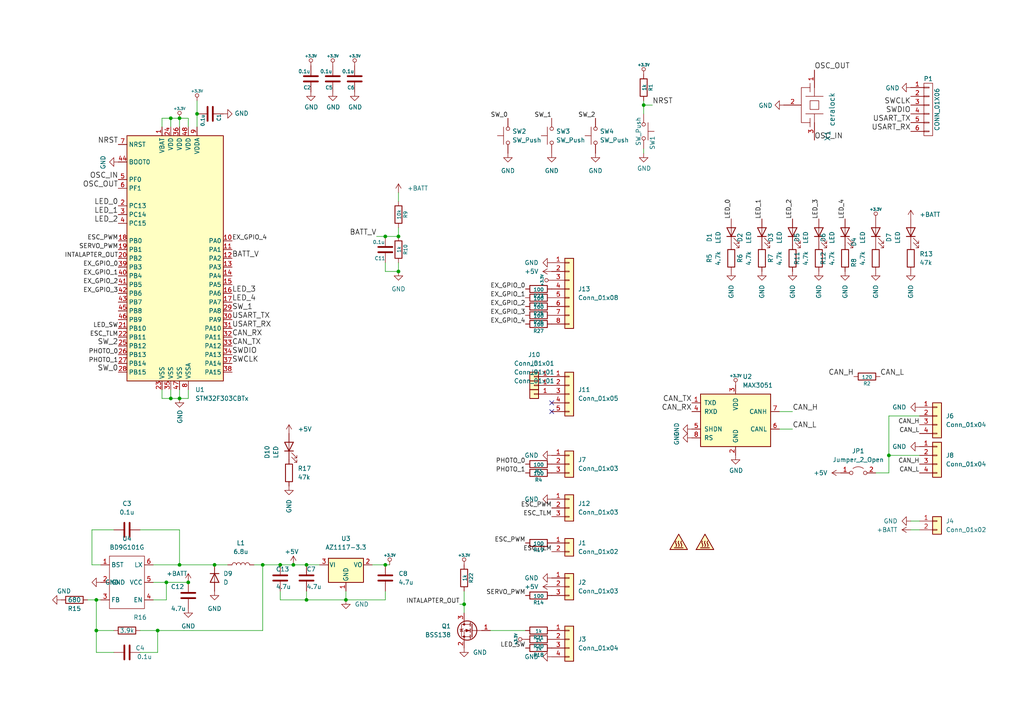
<source format=kicad_sch>
(kicad_sch (version 20211123) (generator eeschema)
  (paper "A4")
  (junction (at 76.2 163.83))
  (junction (at 85.09 163.83))
  (junction (at 88.9 173.99))
  (junction (at 81.28 163.83))
  (junction (at 88.9 163.83))
  (junction (at 257.81 132.08))
  (junction (at 52.07 115.57))
  (junction (at 100.33 173.99))
  (junction (at 52.07 34.29))
  (junction (at 45.72 182.88))
  (junction (at 115.57 78.74))
  (junction (at 111.76 163.83))
  (junction (at 27.94 182.88))
  (junction (at 134.62 175.26))
  (junction (at 27.94 173.99))
  (junction (at 115.57 68.58))
  (junction (at 62.23 163.83))
  (junction (at 54.61 168.91))
  (junction (at 49.53 115.57))
  (junction (at 48.26 168.91))
  (junction (at 49.53 34.29))
  (junction (at 57.15 33.02))
  (junction (at 52.07 163.83))
  (junction (at 186.69 30.48))
  (junction (at 111.76 68.58))
  (no_connect (at 160.02 119.38))
  (no_connect (at 160.02 116.84))
  (wire (pts (xy 52.07 115.57) (xy 54.61 115.57)))
  (wire (pts (xy 54.61 36.83) (xy 54.61 34.29)))
  (wire (pts (xy 111.76 173.99) (xy 111.76 171.45)))
  (wire (pts (xy 111.76 76.2) (xy 111.76 78.74)))
  (wire (pts (xy 266.7 120.65) (xy 257.81 120.65)))
  (wire (pts (xy 81.28 173.99) (xy 88.9 173.99)))
  (wire (pts (xy 88.9 173.99) (xy 100.33 173.99)))
  (wire (pts (xy 134.62 175.26) (xy 134.62 177.8)))
  (wire (pts (xy 27.94 189.23) (xy 27.94 182.88)))
  (wire (pts (xy 49.53 34.29) (xy 46.99 34.29)))
  (wire (pts (xy 49.53 34.29) (xy 49.53 36.83)))
  (wire (pts (xy 264.16 153.67) (xy 266.7 153.67)))
  (wire (pts (xy 52.07 163.83) (xy 62.23 163.83)))
  (wire (pts (xy 26.67 163.83) (xy 29.21 163.83)))
  (wire (pts (xy 54.61 115.57) (xy 54.61 113.03)))
  (wire (pts (xy 257.81 120.65) (xy 257.81 132.08)))
  (wire (pts (xy 115.57 66.04) (xy 115.57 68.58)))
  (wire (pts (xy 54.61 34.29) (xy 52.07 34.29)))
  (wire (pts (xy 142.24 182.88) (xy 152.4 182.88)))
  (wire (pts (xy 107.95 163.83) (xy 111.76 163.83)))
  (wire (pts (xy 111.76 163.83) (xy 113.03 163.83)))
  (wire (pts (xy 73.66 163.83) (xy 76.2 163.83)))
  (wire (pts (xy 100.33 171.45) (xy 100.33 173.99)))
  (wire (pts (xy 81.28 171.45) (xy 81.28 173.99)))
  (wire (pts (xy 33.02 189.23) (xy 27.94 189.23)))
  (wire (pts (xy 85.09 163.83) (xy 88.9 163.83)))
  (wire (pts (xy 186.69 43.18) (xy 186.69 44.45)))
  (wire (pts (xy 49.53 113.03) (xy 49.53 115.57)))
  (wire (pts (xy 27.94 173.99) (xy 29.21 173.99)))
  (wire (pts (xy 46.99 34.29) (xy 46.99 36.83)))
  (wire (pts (xy 48.26 168.91) (xy 54.61 168.91)))
  (wire (pts (xy 45.72 189.23) (xy 45.72 182.88)))
  (wire (pts (xy 33.02 182.88) (xy 27.94 182.88)))
  (wire (pts (xy 44.45 168.91) (xy 48.26 168.91)))
  (wire (pts (xy 52.07 34.29) (xy 52.07 36.83)))
  (wire (pts (xy 81.28 163.83) (xy 85.09 163.83)))
  (wire (pts (xy 49.53 115.57) (xy 52.07 115.57)))
  (wire (pts (xy 264.16 151.13) (xy 266.7 151.13)))
  (wire (pts (xy 257.81 137.16) (xy 257.81 132.08)))
  (wire (pts (xy 52.07 163.83) (xy 52.07 153.67)))
  (wire (pts (xy 115.57 55.88) (xy 115.57 58.42)))
  (wire (pts (xy 186.69 30.48) (xy 189.23 30.48)))
  (wire (pts (xy 45.72 182.88) (xy 40.64 182.88)))
  (wire (pts (xy 57.15 33.02) (xy 57.15 36.83)))
  (wire (pts (xy 111.76 68.58) (xy 115.57 68.58)))
  (wire (pts (xy 44.45 163.83) (xy 52.07 163.83)))
  (wire (pts (xy 57.15 29.21) (xy 57.15 33.02)))
  (wire (pts (xy 40.64 189.23) (xy 45.72 189.23)))
  (wire (pts (xy 111.76 78.74) (xy 115.57 78.74)))
  (wire (pts (xy 186.69 30.48) (xy 186.69 33.02)))
  (wire (pts (xy 48.26 173.99) (xy 48.26 168.91)))
  (wire (pts (xy 52.07 34.29) (xy 49.53 34.29)))
  (wire (pts (xy 133.35 175.26) (xy 134.62 175.26)))
  (wire (pts (xy 26.67 153.67) (xy 26.67 163.83)))
  (wire (pts (xy 88.9 171.45) (xy 88.9 173.99)))
  (wire (pts (xy 226.06 119.38) (xy 229.87 119.38)))
  (wire (pts (xy 76.2 163.83) (xy 81.28 163.83)))
  (wire (pts (xy 46.99 115.57) (xy 49.53 115.57)))
  (wire (pts (xy 100.33 173.99) (xy 111.76 173.99)))
  (wire (pts (xy 226.06 124.46) (xy 229.87 124.46)))
  (wire (pts (xy 115.57 78.74) (xy 115.57 76.2)))
  (wire (pts (xy 45.72 182.88) (xy 76.2 182.88)))
  (wire (pts (xy 46.99 113.03) (xy 46.99 115.57)))
  (wire (pts (xy 25.4 173.99) (xy 27.94 173.99)))
  (wire (pts (xy 62.23 163.83) (xy 66.04 163.83)))
  (wire (pts (xy 109.22 68.58) (xy 111.76 68.58)))
  (wire (pts (xy 40.64 153.67) (xy 52.07 153.67)))
  (wire (pts (xy 44.45 173.99) (xy 48.26 173.99)))
  (wire (pts (xy 33.02 153.67) (xy 26.67 153.67)))
  (wire (pts (xy 76.2 182.88) (xy 76.2 163.83)))
  (wire (pts (xy 88.9 163.83) (xy 92.71 163.83)))
  (wire (pts (xy 27.94 182.88) (xy 27.94 173.99)))
  (wire (pts (xy 254 137.16) (xy 257.81 137.16)))
  (wire (pts (xy 134.62 171.45) (xy 134.62 175.26)))
  (wire (pts (xy 186.69 29.21) (xy 186.69 30.48)))
  (wire (pts (xy 257.81 132.08) (xy 266.7 132.08)))
  (wire (pts (xy 52.07 113.03) (xy 52.07 115.57)))
  (label "SW_0" (at 147.32 34.29 180))
  (label "OSC_OUT" (at 34.29 54.61 180) (effects (font (size 1.524 1.524))))
  (label "EX_GPIO_3" (at 152.4 91.44 180))
  (label "SW_2" (at 34.29 100.33 180) (effects (font (size 1.524 1.524))))
  (label "SERVO_PWM" (at 152.4 172.72 180))
  (label "NRST" (at 189.23 30.48 0) (effects (font (size 1.524 1.524))))
  (label "NRST" (at 34.29 41.91 180) (effects (font (size 1.524 1.524))))
  (label "CAN_TX" (at 200.66 116.84 180) (effects (font (size 1.524 1.524))))
  (label "OSC_IN" (at 236.22 40.64 0) (effects (font (size 1.524 1.524))))
  (label "USART_TX" (at 67.31 92.71 0) (effects (font (size 1.524 1.524))))
  (label "PHOTO_0" (at 152.4 134.62 180))
  (label "LED_2" (at 229.87 63.5 90))
  (label "SWDIO" (at 67.31 102.87 0) (effects (font (size 1.524 1.524))))
  (label "CAN_L" (at 255.27 109.22 0) (effects (font (size 1.524 1.524))))
  (label "SWCLK" (at 67.31 105.41 0) (effects (font (size 1.524 1.524))))
  (label "INTALAPTER_OUT" (at 133.35 175.26 180))
  (label "BATT_V" (at 67.31 74.93 0) (effects (font (size 1.524 1.524))))
  (label "CAN_L" (at 229.87 124.46 0) (effects (font (size 1.524 1.524))))
  (label "ESC_PWM" (at 160.02 147.32 180))
  (label "EX_GPIO_2" (at 152.4 88.9 180))
  (label "PHOTO_1" (at 152.4 137.16 180))
  (label "SERVO_PWM" (at 34.29 72.39 180))
  (label "PHOTO_0" (at 34.29 102.87 180))
  (label "CAN_H" (at 266.7 123.19 180))
  (label "LED_1" (at 220.98 63.5 90))
  (label "CAN_RX" (at 200.66 119.38 180) (effects (font (size 1.524 1.524))))
  (label "ESC_TLM" (at 34.29 97.79 180))
  (label "SWCLK" (at 264.16 30.48 180) (effects (font (size 1.524 1.524))))
  (label "SW_0" (at 34.29 107.95 180) (effects (font (size 1.524 1.524))))
  (label "LED_3" (at 67.31 85.09 0) (effects (font (size 1.524 1.524))))
  (label "USART_RX" (at 67.31 95.25 0) (effects (font (size 1.524 1.524))))
  (label "CAN_RX" (at 67.31 97.79 0) (effects (font (size 1.524 1.524))))
  (label "LED_1" (at 34.29 62.23 180) (effects (font (size 1.524 1.524))))
  (label "EX_GPIO_0" (at 152.4 83.82 180))
  (label "ESC_TLM" (at 160.02 149.86 180))
  (label "USART_TX" (at 264.16 35.56 180) (effects (font (size 1.524 1.524))))
  (label "USART_RX" (at 264.16 38.1 180) (effects (font (size 1.524 1.524))))
  (label "INTALAPTER_OUT" (at 34.29 74.93 180))
  (label "BATT_V" (at 109.22 68.58 180) (effects (font (size 1.524 1.524))))
  (label "PHOTO_1" (at 34.29 105.41 180))
  (label "CAN_H" (at 247.65 109.22 180) (effects (font (size 1.524 1.524))))
  (label "LED_SW" (at 34.29 95.25 180))
  (label "EX_GPIO_4" (at 67.31 69.85 0))
  (label "CAN_L" (at 266.7 137.16 180))
  (label "CAN_L" (at 266.7 125.73 180))
  (label "OSC_OUT" (at 236.22 20.32 0) (effects (font (size 1.524 1.524))))
  (label "LED_0" (at 212.09 63.5 90))
  (label "EX_GPIO_2" (at 34.29 82.55 180))
  (label "EX_GPIO_1" (at 34.29 80.01 180))
  (label "EX_GPIO_3" (at 34.29 85.09 180))
  (label "LED_4" (at 67.31 87.63 0) (effects (font (size 1.524 1.524))))
  (label "LED_4" (at 245.11 63.5 90))
  (label "CAN_H" (at 266.7 134.62 180))
  (label "CAN_TX" (at 67.31 100.33 0) (effects (font (size 1.524 1.524))))
  (label "LED_SW" (at 152.4 187.96 180))
  (label "SW_1" (at 67.31 90.17 0) (effects (font (size 1.524 1.524))))
  (label "EX_GPIO_1" (at 152.4 86.36 180))
  (label "LED_3" (at 237.49 63.5 90))
  (label "EX_GPIO_4" (at 152.4 93.98 180))
  (label "LED_0" (at 34.29 59.69 180) (effects (font (size 1.524 1.524))))
  (label "EX_GPIO_0" (at 34.29 77.47 180))
  (label "ESC_TLM" (at 160.02 160.02 180))
  (label "SWDIO" (at 264.16 33.02 180) (effects (font (size 1.524 1.524))))
  (label "OSC_IN" (at 34.29 52.07 180) (effects (font (size 1.524 1.524))))
  (label "SW_2" (at 172.72 34.29 180))
  (label "ESC_PWM" (at 34.29 69.85 180))
  (label "LED_2" (at 34.29 64.77 180) (effects (font (size 1.524 1.524))))
  (label "ESC_PWM" (at 152.4 157.48 180))
  (label "SW_1" (at 160.02 34.29 180))
  (label "CAN_H" (at 229.87 119.38 0) (effects (font (size 1.524 1.524))))
  (symbol (lib_id "power:GND") (at 160.02 44.45 0) (unit 1)
    (property "Reference" "#PWR038" (effects hide))
    (property "Value" "GND" (at 160.02 49.53 0))
  )
  (symbol (lib_id "SSL_BST_ver1.3-rescue:ceralock") (at 236.22 30.48 270) (unit 1)
    (property "Reference" "X1" (at 240.03 39.37 0) (effects (font (size 1.524 1.524))))
    (property "Value" "ceralock" (at 241.3 31.75 0) (effects (font (size 1.524 1.524))))
    (property "Footprint" "Crystal:Resonator_SMD_Murata_CSTxExxV-3Pin_3.0x1.1mm" (effects hide))
  )
  (symbol (lib_id "SSL_BST_ver1.3_rev2-rescue:GND-power") (at 90.17 26.67 0) (unit 1)
    (property "Reference" "#PWR014" (effects hide))
    (property "Value" "GND" (at 90.297 31.0642 0))
  )
  (symbol (lib_id "Device:R") (at 220.98 74.93 180) (unit 1)
    (property "Reference" "R6" (at 214.63 74.93 90))
    (property "Value" "4.7k" (at 217.17 74.93 90))
    (property "Footprint" "Resistor_SMD:R_0603_1608Metric" (effects hide))
  )
  (symbol (lib_id "Device:R") (at 254 74.93 180) (unit 1)
    (property "Reference" "R8" (at 247.65 76.2 90))
    (property "Value" "4.7k" (at 250.19 74.93 90))
    (property "Footprint" "Resistor_SMD:R_0603_1608Metric" (effects hide))
  )
  (symbol (lib_id "SSL_BST_ver1.3-rescue:+3.3V") (at 52.07 34.29 0) (unit 1)
    (property "Reference" "#PWR02" (effects hide))
    (property "Value" "+3.3V" (at 52.07 31.496 0) (effects (font (size 0.762 0.762))))
  )
  (symbol (lib_id "power:GND") (at 160.02 132.08 270) (unit 1)
    (property "Reference" "#PWR033" (effects hide))
    (property "Value" "GND" (at 156.21 132.0799 90) (effects (justify right)))
  )
  (symbol (lib_id "Connector_Generic:Conn_01x04") (at 165.1 185.42 0) (unit 1)
    (property "Reference" "J3" (at 167.64 185.4199 0) (effects (justify left)))
    (property "Value" "Conn_01x04" (at 167.64 187.9599 0) (effects (justify left)))
    (property "Footprint" "Connector_Hirose:Hirose_DF13-04P-1.25DSA_1x04_P1.25mm_Vertical" (effects hide))
  )
  (symbol (lib_id "SSL_BST_ver1.3-rescue:R") (at 156.21 157.48 270) (unit 1)
    (property "Reference" "R19" (at 156.21 159.512 90) (effects (font (size 1.016 1.016))))
    (property "Value" "100" (at 156.2354 157.6578 90) (effects (font (size 1.016 1.016))))
    (property "Footprint" "Resistor_SMD:R_0603_1608Metric" (effects hide))
  )
  (symbol (lib_id "power:GND") (at 220.98 78.74 0) (unit 1)
    (property "Reference" "#PWR040" (effects hide))
    (property "Value" "GND" (at 220.9799 82.55 90) (effects (justify right)))
  )
  (symbol (lib_id "SSL_BST_ver1.3-rescue:CONN_01X06") (at 269.24 31.75 0) (unit 1)
    (property "Reference" "P1" (at 269.24 22.86 0))
    (property "Value" "CONN_01X06" (at 271.78 31.75 90))
    (property "Footprint" "user:ZH_B6B-ZR" (effects hide))
  )
  (symbol (lib_id "Device:R") (at 36.83 182.88 90) (unit 1)
    (property "Reference" "R16" (at 40.64 179.07 90))
    (property "Value" "3.9k" (at 36.83 182.88 90))
    (property "Footprint" "Resistor_SMD:R_0603_1608Metric" (effects hide))
  )
  (symbol (lib_id "SSL_BST_ver1.3-rescue:+3.3V") (at 254 63.5 0) (unit 1)
    (property "Reference" "#PWR0101" (effects hide))
    (property "Value" "+3.3V" (at 254 60.706 0) (effects (font (size 0.762 0.762))))
  )
  (symbol (lib_id "SSL_BST_ver1.3-rescue:R") (at 186.69 25.4 0) (unit 1)
    (property "Reference" "R1" (at 188.722 25.4 90) (effects (font (size 1.016 1.016))))
    (property "Value" "1k" (at 186.8678 25.3746 90) (effects (font (size 1.016 1.016))))
    (property "Footprint" "Resistor_SMD:R_0603_1608Metric" (effects hide))
  )
  (symbol (lib_id "SSL_BST_ver1.3-rescue:C") (at 60.96 33.02 270) (unit 1)
    (property "Reference" "C1" (at 63.5 33.02 0) (effects (font (size 1.016 1.016)) (justify left)))
    (property "Value" "0.1u" (at 58.801 33.1724 0) (effects (font (size 1.016 1.016)) (justify left)))
    (property "Footprint" "Capacitor_SMD:C_0603_1608Metric" (effects hide))
  )
  (symbol (lib_id "SSL_BST_ver1.3-rescue:R") (at 134.62 167.64 0) (unit 1)
    (property "Reference" "R22" (at 136.652 167.64 90) (effects (font (size 1.016 1.016))))
    (property "Value" "1k" (at 134.7978 167.6146 90) (effects (font (size 1.016 1.016))))
    (property "Footprint" "Resistor_SMD:R_0603_1608Metric" (effects hide))
  )
  (symbol (lib_id "Connector_Generic:Conn_01x01") (at 154.94 114.3 180) (unit 1)
    (property "Reference" "J9" (at 154.94 107.95 0))
    (property "Value" "Conn_01x01" (at 154.94 110.49 0))
    (property "Footprint" "user:WireSoldingPad_PowerTH" (effects hide))
  )
  (symbol (lib_id "Switch:SW_Push") (at 160.02 39.37 90) (unit 1)
    (property "Reference" "SW3" (at 161.29 38.0999 90) (effects (justify right)))
    (property "Value" "SW_Push" (at 161.29 40.6399 90) (effects (justify right)))
    (property "Footprint" "Button_Switch_SMD:SW_Push_1P1T_NO_CK_KMR2" (effects hide))
  )
  (symbol (lib_id "Jumper:Jumper_2_Open") (at 248.92 137.16 0) (unit 1)
    (property "Reference" "JP1" (at 248.92 130.81 0))
    (property "Value" "Jumper_2_Open" (at 248.92 133.35 0))
    (property "Footprint" "Jumper:SolderJumper-2_P1.3mm_Open_RoundedPad1.0x1.5mm" (effects hide))
  )
  (symbol (lib_id "SSL_BST_ver1.3_rev2-rescue:GND-power") (at 52.07 115.57 0) (unit 1)
    (property "Reference" "#PWR03" (effects hide))
    (property "Value" "GND" (at 52.197 118.8212 90) (effects (justify right)))
  )
  (symbol (lib_id "power:+BATT") (at 264.16 153.67 90) (unit 1)
    (property "Reference" "#PWR029" (effects hide))
    (property "Value" "+BATT" (at 260.35 153.6699 90) (effects (justify left)))
  )
  (symbol (lib_id "SSL_BST_ver1.3-rescue:+3.3V") (at 102.87 19.05 0) (unit 1)
    (property "Reference" "#PWR022" (effects hide))
    (property "Value" "+3.3V" (at 102.87 16.256 0) (effects (font (size 0.762 0.762))))
  )
  (symbol (lib_id "SSL_BST_ver1.3-rescue:+3.3V") (at 57.15 29.21 0) (unit 1)
    (property "Reference" "#PWR04" (effects hide))
    (property "Value" "+3.3V" (at 57.15 26.416 0) (effects (font (size 0.762 0.762))))
  )
  (symbol (lib_id "power:+BATT") (at 115.57 55.88 0) (unit 1)
    (property "Reference" "#PWR052" (effects hide))
    (property "Value" "+BATT" (at 118.11 54.6099 0) (effects (justify left)))
  )
  (symbol (lib_id "Device:LED") (at 212.09 67.31 90) (unit 1)
    (property "Reference" "D1" (at 205.74 68.8975 0))
    (property "Value" "LED" (at 208.28 68.8975 0))
    (property "Footprint" "LED_SMD:LED_0603_1608Metric" (effects hide))
  )
  (symbol (lib_id "power:GND") (at 264.16 78.74 0) (unit 1)
    (property "Reference" "#PWR057" (effects hide))
    (property "Value" "GND" (at 264.1599 82.55 90) (effects (justify right)))
  )
  (symbol (lib_id "Device:C") (at 36.83 189.23 270) (unit 1)
    (property "Reference" "C4" (at 40.64 187.96 90))
    (property "Value" "0.1u" (at 41.91 190.5 90))
    (property "Footprint" "Capacitor_SMD:C_0402_1005Metric" (effects hide))
  )
  (symbol (lib_id "power:+5V") (at 83.82 125.73 0) (unit 1)
    (property "Reference" "#PWR0103" (effects hide))
    (property "Value" "+5V" (at 86.36 124.4599 0) (effects (justify left)))
  )
  (symbol (lib_id "Device:R") (at 21.59 173.99 90) (unit 1)
    (property "Reference" "R15" (at 21.59 176.53 90))
    (property "Value" "680" (at 21.59 173.99 90))
    (property "Footprint" "Resistor_SMD:R_0603_1608Metric" (effects hide))
  )
  (symbol (lib_id "SSL_BST_ver1.3-rescue:+3.3V") (at 186.69 21.59 0) (unit 1)
    (property "Reference" "#PWR06" (effects hide))
    (property "Value" "+3.3V" (at 186.69 18.796 0) (effects (font (size 0.762 0.762))))
  )
  (symbol (lib_id "Connector_Generic:Conn_01x01") (at 154.94 109.22 180) (unit 1)
    (property "Reference" "J10" (at 154.94 102.87 0))
    (property "Value" "Conn_01x01" (at 154.94 105.41 0))
    (property "Footprint" "user:WireSoldingPad_PowerTH" (effects hide))
  )
  (symbol (lib_id "power:GND") (at 62.23 171.45 0) (unit 1)
    (property "Reference" "#PWR017" (effects hide))
    (property "Value" "GND" (at 62.23 176.53 0))
  )
  (symbol (lib_id "SSL_BST_ver1.3-rescue:+3.3V") (at 134.62 163.83 0) (unit 1)
    (property "Reference" "#PWR044" (effects hide))
    (property "Value" "+3.3V" (at 134.62 161.036 0) (effects (font (size 0.762 0.762))))
  )
  (symbol (lib_id "SSL_BST_ver1.3_rev2-rescue:GND-power") (at 186.69 44.45 0) (unit 1)
    (property "Reference" "#PWR07" (effects hide))
    (property "Value" "GND" (at 186.817 48.8442 0))
  )
  (symbol (lib_id "SSL_BST_ver1.3-rescue:C") (at 90.17 22.86 180) (unit 1)
    (property "Reference" "C2" (at 90.17 25.4 0) (effects (font (size 1.016 1.016)) (justify left)))
    (property "Value" "0.1u" (at 90.0176 20.701 0) (effects (font (size 1.016 1.016)) (justify left)))
    (property "Footprint" "Capacitor_SMD:C_0603_1608Metric" (effects hide))
  )
  (symbol (lib_id "power:GND") (at 266.7 129.54 270) (unit 1)
    (property "Reference" "#PWR050" (effects hide))
    (property "Value" "GND" (at 262.89 129.5399 90) (effects (justify right)))
  )
  (symbol (lib_id "Connector_Generic:Conn_01x03") (at 165.1 170.18 0) (unit 1)
    (property "Reference" "J2" (at 167.64 168.9099 0) (effects (justify left)))
    (property "Value" "Conn_01x03" (at 167.64 171.4499 0) (effects (justify left)))
    (property "Footprint" "Connector_JST:JST_PH_S3B-PH-K_1x03_P2.00mm_Horizontal" (effects hide))
  )
  (symbol (lib_id "SSL_BST_ver1.3_rev2-rescue:GND-power") (at 64.77 33.02 90) (unit 1)
    (property "Reference" "#PWR05" (effects hide))
    (property "Value" "GND" (at 68.0212 32.893 90) (effects (justify right)))
  )
  (symbol (lib_id "power:GND") (at 147.32 44.45 0) (unit 1)
    (property "Reference" "#PWR037" (effects hide))
    (property "Value" "GND" (at 147.32 49.53 0))
  )
  (symbol (lib_id "power:GND") (at 160.02 144.78 270) (unit 1)
    (property "Reference" "#PWR045" (effects hide))
    (property "Value" "GND" (at 156.21 144.7799 90) (effects (justify right)))
  )
  (symbol (lib_id "Device:C") (at 111.76 167.64 0) (unit 1)
    (property "Reference" "C8" (at 115.57 166.3699 0) (effects (justify left)))
    (property "Value" "4.7u" (at 115.57 168.9099 0) (effects (justify left)))
    (property "Footprint" "Capacitor_SMD:C_1206_3216Metric" (effects hide))
  )
  (symbol (lib_id "Switch:SW_Push") (at 172.72 39.37 90) (unit 1)
    (property "Reference" "SW4" (at 173.99 38.0999 90) (effects (justify right)))
    (property "Value" "SW_Push" (at 173.99 40.6399 90) (effects (justify right)))
    (property "Footprint" "Button_Switch_SMD:SW_Push_1P1T_NO_CK_KMR2" (effects hide))
  )
  (symbol (lib_id "power:GND") (at 245.11 78.74 0) (unit 1)
    (property "Reference" "#PWR055" (effects hide))
    (property "Value" "GND" (at 245.1099 82.55 90) (effects (justify right)))
  )
  (symbol (lib_id "User:BD9G101G") (at 36.83 168.91 0) (unit 1)
    (property "Reference" "U4" (at 36.83 156.21 0))
    (property "Value" "BD9G101G" (at 36.83 158.75 0))
    (property "Footprint" "Package_TO_SOT_SMD:SOT-23-6" (effects hide))
  )
  (symbol (lib_id "Connector_Generic:Conn_01x03") (at 165.1 134.62 0) (unit 1)
    (property "Reference" "J7" (at 167.64 133.3499 0) (effects (justify left)))
    (property "Value" "Conn_01x03" (at 167.64 135.8899 0) (effects (justify left)))
    (property "Footprint" "Connector_Hirose:Hirose_DF13-03P-1.25DSA_1x03_P1.25mm_Vertical" (effects hide))
  )
  (symbol (lib_id "Connector_Generic:Conn_01x02") (at 271.78 151.13 0) (unit 1)
    (property "Reference" "J4" (at 274.32 151.1299 0) (effects (justify left)))
    (property "Value" "Conn_01x02" (at 274.32 153.6699 0) (effects (justify left)))
    (property "Footprint" "Connector_AMASS:AMASS_XT30PW-M_1x02_P2.50mm_Horizontal" (effects hide))
  )
  (symbol (lib_id "Device:LED") (at 229.87 67.31 90) (unit 1)
    (property "Reference" "D3" (at 223.52 68.8975 0))
    (property "Value" "LED" (at 226.06 68.8975 0))
    (property "Footprint" "LED_SMD:LED_0603_1608Metric" (effects hide))
  )
  (symbol (lib_id "SSL_BST_ver1.3-rescue:R") (at 156.21 86.36 270) (unit 1)
    (property "Reference" "R24" (at 156.21 88.392 90) (effects (font (size 1.016 1.016))))
    (property "Value" "100" (at 156.2354 86.5378 90) (effects (font (size 1.016 1.016))))
    (property "Footprint" "Resistor_SMD:R_0603_1608Metric" (effects hide))
  )
  (symbol (lib_id "Device:C") (at 88.9 167.64 0) (unit 1)
    (property "Reference" "C7" (at 88.9 165.1 0) (effects (justify left)))
    (property "Value" "4.7u" (at 88.9 170.18 0) (effects (justify left)))
    (property "Footprint" "Capacitor_SMD:C_1206_3216Metric" (effects hide))
  )
  (symbol (lib_id "MCU_ST_STM32F3:STM32F303CBTx") (at 52.07 74.93 0) (unit 1)
    (property "Reference" "U1" (at 56.6294 113.03 0) (effects (justify left)))
    (property "Value" "STM32F303CBTx" (at 56.6294 115.57 0) (effects (justify left)))
    (property "Footprint" "Package_QFP:LQFP-48_7x7mm_P0.5mm" (effects hide))
    (property "Datasheet" "http://www.st.com/st-web-ui/static/active/en/resource/technical/document/datasheet/DM00058181.pdf" (effects hide))
  )
  (symbol (lib_id "Device:LED") (at 254 67.31 90) (unit 1)
    (property "Reference" "D4" (at 247.65 70.1675 0))
    (property "Value" "LED" (at 250.19 68.8975 0))
    (property "Footprint" "LED_SMD:LED_0603_1608Metric" (effects hide))
  )
  (symbol (lib_id "SSL_BST_ver1.3_rev2-rescue:GND-power") (at 34.29 46.99 270) (unit 1)
    (property "Reference" "#PWR01" (effects hide))
    (property "Value" "GND" (at 29.8958 47.117 0))
  )
  (symbol (lib_id "SSL_BST_ver1.3-rescue:R") (at 251.46 109.22 270) (unit 1)
    (property "Reference" "R2" (at 251.46 111.252 90) (effects (font (size 1.016 1.016))))
    (property "Value" "120" (at 251.4854 109.3978 90) (effects (font (size 1.016 1.016))))
    (property "Footprint" "Resistor_SMD:R_0603_1608Metric" (effects hide))
  )
  (symbol (lib_id "power:GND") (at 100.33 173.99 0) (unit 1)
    (property "Reference" "#PWR035" (effects hide))
    (property "Value" "GND" (at 102.87 175.2599 0) (effects (justify left)))
  )
  (symbol (lib_id "SSL_BST_ver1.3-rescue:R") (at 156.21 187.96 270) (unit 1)
    (property "Reference" "R18" (at 156.21 189.992 90) (effects (font (size 1.016 1.016))))
    (property "Value" "1k" (at 156.2354 188.1378 90) (effects (font (size 1.016 1.016))))
    (property "Footprint" "Resistor_SMD:R_0603_1608Metric" (effects hide))
  )
  (symbol (lib_id "SSL_BST_ver1.3_rev2-rescue:GND-power") (at 200.66 127 270) (unit 1)
    (property "Reference" "#PWR025" (effects hide))
    (property "Value" "GND" (at 196.2658 127.127 0))
  )
  (symbol (lib_id "power:GND") (at 160.02 190.5 270) (unit 1)
    (property "Reference" "#PWR042" (effects hide))
    (property "Value" "GND" (at 156.21 190.4999 90) (effects (justify right)))
  )
  (symbol (lib_id "SSL_BST_ver1.3-rescue:R") (at 156.21 88.9 270) (unit 1)
    (property "Reference" "R25" (at 156.21 90.932 90) (effects (font (size 1.016 1.016))))
    (property "Value" "100" (at 156.2354 89.0778 90) (effects (font (size 1.016 1.016))))
    (property "Footprint" "Resistor_SMD:R_0603_1608Metric" (effects hide))
  )
  (symbol (lib_id "Device:R") (at 264.16 74.93 180) (unit 1)
    (property "Reference" "R13" (at 266.7 73.6599 0) (effects (justify right)))
    (property "Value" "47k" (at 266.7 76.1999 0) (effects (justify right)))
    (property "Footprint" "Resistor_SMD:R_0603_1608Metric" (effects hide))
  )
  (symbol (lib_id "SSL_BST_ver1.3_rev2-rescue:GND-power") (at 200.66 124.46 270) (unit 1)
    (property "Reference" "#PWR024" (effects hide))
    (property "Value" "GND" (at 196.2658 124.587 0))
  )
  (symbol (lib_id "Device:D") (at 62.23 167.64 270) (unit 1)
    (property "Reference" "D9" (at 64.77 166.3699 90) (effects (justify left)))
    (property "Value" "D" (at 64.77 168.9099 90) (effects (justify left)))
    (property "Footprint" "Diode_SMD:D_PowerDI-123" (effects hide))
  )
  (symbol (lib_id "SSL_BST_ver1.3-rescue:R") (at 156.21 134.62 270) (unit 1)
    (property "Reference" "R3" (at 156.21 136.652 90) (effects (font (size 1.016 1.016))))
    (property "Value" "100" (at 156.2354 134.7978 90) (effects (font (size 1.016 1.016))))
    (property "Footprint" "Resistor_SMD:R_0603_1608Metric" (effects hide))
  )
  (symbol (lib_id "Connector_Generic:Conn_01x04") (at 271.78 120.65 0) (unit 1)
    (property "Reference" "J6" (at 274.32 120.6499 0) (effects (justify left)))
    (property "Value" "Conn_01x04" (at 274.32 123.1899 0) (effects (justify left)))
    (property "Footprint" "Connector_Hirose:Hirose_DF13-04P-1.25DSA_1x04_P1.25mm_Vertical" (effects hide))
  )
  (symbol (lib_id "power:+5V") (at 243.84 137.16 90) (unit 1)
    (property "Reference" "#PWR032" (effects hide))
    (property "Value" "+5V" (at 240.03 137.1599 90) (effects (justify left)))
  )
  (symbol (lib_id "SSL_BST_ver1.3-rescue:+3.3V") (at 96.52 19.05 0) (unit 1)
    (property "Reference" "#PWR019" (effects hide))
    (property "Value" "+3.3V" (at 96.52 16.256 0) (effects (font (size 0.762 0.762))))
  )
  (symbol (lib_id "power:GND") (at 237.49 78.74 0) (unit 1)
    (property "Reference" "#PWR054" (effects hide))
    (property "Value" "GND" (at 237.4899 82.55 90) (effects (justify right)))
  )
  (symbol (lib_id "Connector_Generic:Conn_01x01") (at 154.94 111.76 180) (unit 1)
    (property "Reference" "J5" (at 154.94 105.41 0))
    (property "Value" "Conn_01x01" (at 154.94 107.95 0))
    (property "Footprint" "user:WireSoldingPad_PowerTH" (effects hide))
  )
  (symbol (lib_id "SSL_BST_ver1.3-rescue:R") (at 156.21 172.72 270) (unit 1)
    (property "Reference" "R14" (at 156.21 174.752 90) (effects (font (size 1.016 1.016))))
    (property "Value" "100" (at 156.2354 172.8978 90) (effects (font (size 1.016 1.016))))
    (property "Footprint" "Resistor_SMD:R_0603_1608Metric" (effects hide))
  )
  (symbol (lib_id "power:+5V") (at 85.09 163.83 0) (unit 1)
    (property "Reference" "#PWR0102" (effects hide))
    (property "Value" "+5V" (at 82.55 160.02 0) (effects (justify left)))
  )
  (symbol (lib_id "SSL_BST_ver1.3-rescue:R") (at 156.21 185.42 270) (unit 1)
    (property "Reference" "R20" (at 156.21 187.452 90) (effects (font (size 1.016 1.016))))
    (property "Value" "1k" (at 156.2354 185.5978 90) (effects (font (size 1.016 1.016))))
    (property "Footprint" "Resistor_SMD:R_0603_1608Metric" (effects hide))
  )
  (symbol (lib_id "power:GND") (at 172.72 44.45 0) (unit 1)
    (property "Reference" "#PWR015" (effects hide))
    (property "Value" "GND" (at 172.72 49.53 0))
  )
  (symbol (lib_id "Interface_UART:MAX3051") (at 213.36 121.92 0) (unit 1)
    (property "Reference" "U2" (at 215.3794 109.22 0) (effects (justify left)))
    (property "Value" "MAX3051" (at 215.3794 111.76 0) (effects (justify left)))
    (property "Footprint" "Package_SO:SO-8_3.9x4.9mm_P1.27mm" (effects hide))
    (property "Datasheet" "http://datasheets.maximintegrated.com/en/ds/MAX3051.pdf" (effects hide))
  )
  (symbol (lib_id "power:GND") (at 54.61 176.53 0) (unit 1)
    (property "Reference" "#PWR016" (effects hide))
    (property "Value" "GND" (at 54.61 181.61 0))
  )
  (symbol (lib_id "SSL_BST_ver1.3_rev2-rescue:GND-power") (at 102.87 26.67 0) (unit 1)
    (property "Reference" "#PWR023" (effects hide))
    (property "Value" "GND" (at 102.997 31.0642 0))
  )
  (symbol (lib_id "Device:C") (at 81.28 167.64 0) (unit 1)
    (property "Reference" "C13" (at 80.01 165.1 0) (effects (justify left)))
    (property "Value" "4.7u" (at 80.01 170.18 0) (effects (justify left)))
    (property "Footprint" "Capacitor_SMD:C_1206_3216Metric" (effects hide))
  )
  (symbol (lib_id "Device:R") (at 212.09 74.93 180) (unit 1)
    (property "Reference" "R5" (at 205.74 74.93 90))
    (property "Value" "4.7k" (at 208.28 74.93 90))
    (property "Footprint" "Resistor_SMD:R_0603_1608Metric" (effects hide))
  )
  (symbol (lib_id "Device:R") (at 83.82 137.16 180) (unit 1)
    (property "Reference" "R17" (at 86.36 135.8899 0) (effects (justify right)))
    (property "Value" "47k" (at 86.36 138.4299 0) (effects (justify right)))
    (property "Footprint" "Resistor_SMD:R_0603_1608Metric" (effects hide))
  )
  (symbol (lib_id "Regulator_Linear:AZ1117-3.3") (at 100.33 163.83 0) (unit 1)
    (property "Reference" "U3" (at 100.33 156.21 0))
    (property "Value" "AZ1117-3.3" (at 100.33 158.75 0))
    (property "Footprint" "Package_TO_SOT_SMD:SOT-23" (effects hide))
    (property "Datasheet" "https://www.diodes.com/assets/Datasheets/AZ1117.pdf" (effects hide))
  )
  (symbol (lib_id "Device:L") (at 69.85 163.83 90) (unit 1)
    (property "Reference" "L1" (at 69.85 157.48 90))
    (property "Value" "6.8u" (at 69.85 160.02 90))
    (property "Footprint" "Inductor_SMD:L_Taiyo-Yuden_NR-50xx" (effects hide))
  )
  (symbol (lib_id "power:GND") (at 134.62 187.96 0) (unit 1)
    (property "Reference" "#PWR046" (effects hide))
    (property "Value" "GND" (at 137.16 189.2299 0) (effects (justify left)))
  )
  (symbol (lib_id "SSL_BST_ver1.3-rescue:+3.3V") (at 90.17 19.05 0) (unit 1)
    (property "Reference" "#PWR013" (effects hide))
    (property "Value" "+3.3V" (at 90.17 16.256 0) (effects (font (size 0.762 0.762))))
  )
  (symbol (lib_id "SSL_BST_ver1.3-rescue:R") (at 115.57 72.39 0) (unit 1)
    (property "Reference" "R10" (at 117.602 72.39 90) (effects (font (size 1.016 1.016))))
    (property "Value" "1k" (at 115.7478 72.3646 90) (effects (font (size 1.016 1.016))))
    (property "Footprint" "Resistor_SMD:R_0603_1608Metric" (effects hide))
  )
  (symbol (lib_id "SSL_BST_ver1.3-rescue:C") (at 96.52 22.86 180) (unit 1)
    (property "Reference" "C5" (at 96.52 25.4 0) (effects (font (size 1.016 1.016)) (justify left)))
    (property "Value" "0.1u" (at 96.3676 20.701 0) (effects (font (size 1.016 1.016)) (justify left)))
    (property "Footprint" "Capacitor_SMD:C_0603_1608Metric" (effects hide))
  )
  (symbol (lib_id "SSL_BST_ver1.3-rescue:R") (at 156.21 91.44 270) (unit 1)
    (property "Reference" "R26" (at 156.21 93.472 90) (effects (font (size 1.016 1.016))))
    (property "Value" "100" (at 156.2354 91.6178 90) (effects (font (size 1.016 1.016))))
    (property "Footprint" "Resistor_SMD:R_0603_1608Metric" (effects hide))
  )
  (symbol (lib_id "power:GND") (at 229.87 78.74 0) (unit 1)
    (property "Reference" "#PWR041" (effects hide))
    (property "Value" "GND" (at 229.8699 82.55 90) (effects (justify right)))
  )
  (symbol (lib_id "power:GND") (at 212.09 78.74 0) (unit 1)
    (property "Reference" "#PWR039" (effects hide))
    (property "Value" "GND" (at 212.0899 82.55 90) (effects (justify right)))
  )
  (symbol (lib_id "SSL_BST_ver1.3_rev2-rescue:GND-power") (at 264.16 25.4 270) (unit 1)
    (property "Reference" "#PWR030" (effects hide))
    (property "Value" "GND" (at 260.9088 25.527 90) (effects (justify right)))
  )
  (symbol (lib_id "power:GND") (at 160.02 76.2 270) (unit 1)
    (property "Reference" "#PWR0105" (effects hide))
    (property "Value" "GND" (at 156.21 76.1999 90) (effects (justify right)))
  )
  (symbol (lib_id "power:GND") (at 254 78.74 0) (unit 1)
    (property "Reference" "#PWR043" (effects hide))
    (property "Value" "GND" (at 253.9999 82.55 90) (effects (justify right)))
  )
  (symbol (lib_id "SSL_BST_ver1.3-rescue:R") (at 156.21 182.88 270) (unit 1)
    (property "Reference" "R21" (at 156.21 184.912 90) (effects (font (size 1.016 1.016))))
    (property "Value" "1k" (at 156.2354 183.0578 90) (effects (font (size 1.016 1.016))))
    (property "Footprint" "Resistor_SMD:R_0603_1608Metric" (effects hide))
  )
  (symbol (lib_id "SSL_BST_ver1.3-rescue:+3.3V") (at 152.4 185.42 90) (unit 1)
    (property "Reference" "#PWR047" (effects hide))
    (property "Value" "+3.3V" (at 149.606 185.42 0) (effects (font (size 0.762 0.762))))
  )
  (symbol (lib_id "SSL_BST_ver1.3_rev2-rescue:GND-power") (at 96.52 26.67 0) (unit 1)
    (property "Reference" "#PWR020" (effects hide))
    (property "Value" "GND" (at 96.647 31.0642 0))
  )
  (symbol (lib_id "SSL_BST_ver1.3-rescue:R") (at 156.21 93.98 270) (unit 1)
    (property "Reference" "R27" (at 156.21 96.012 90) (effects (font (size 1.016 1.016))))
    (property "Value" "100" (at 156.2354 94.1578 90) (effects (font (size 1.016 1.016))))
    (property "Footprint" "Resistor_SMD:R_0603_1608Metric" (effects hide))
  )
  (symbol (lib_id "SSL_BST_ver1.3-rescue:R") (at 115.57 62.23 0) (unit 1)
    (property "Reference" "R9" (at 117.602 62.23 90) (effects (font (size 1.016 1.016))))
    (property "Value" "10k" (at 115.7478 62.2046 90) (effects (font (size 1.016 1.016))))
    (property "Footprint" "Resistor_SMD:R_0603_1608Metric" (effects hide))
  )
  (symbol (lib_id "Device:R") (at 237.49 74.93 180) (unit 1)
    (property "Reference" "R11" (at 231.14 74.93 90))
    (property "Value" "4.7k" (at 233.68 74.93 90))
    (property "Footprint" "Resistor_SMD:R_0603_1608Metric" (effects hide))
  )
  (symbol (lib_id "Switch:SW_Push") (at 147.32 39.37 90) (unit 1)
    (property "Reference" "SW2" (at 148.59 38.0999 90) (effects (justify right)))
    (property "Value" "SW_Push" (at 148.59 40.6399 90) (effects (justify right)))
    (property "Footprint" "Button_Switch_SMD:SW_Push_1P1T_NO_CK_KMR2" (effects hide))
  )
  (symbol (lib_id "power:GND") (at 29.21 168.91 270) (unit 1)
    (property "Reference" "#PWR011" (effects hide))
    (property "Value" "GND" (at 30.48 168.9099 90) (effects (justify left)))
  )
  (symbol (lib_id "power:+BATT") (at 264.16 63.5 0) (unit 1)
    (property "Reference" "#PWR056" (effects hide))
    (property "Value" "+BATT" (at 266.7 62.2299 0) (effects (justify left)))
  )
  (symbol (lib_id "Connector_Generic:Conn_01x05") (at 165.1 114.3 0) (unit 1)
    (property "Reference" "J11" (at 167.64 113.0299 0) (effects (justify left)))
    (property "Value" "Conn_01x05" (at 167.64 115.5699 0) (effects (justify left)))
    (property "Footprint" "user:2053380003" (effects hide))
  )
  (symbol (lib_id "power:+5V") (at 160.02 170.18 90) (unit 1)
    (property "Reference" "#PWR09" (effects hide))
    (property "Value" "+5V" (at 156.21 170.1799 90) (effects (justify left)))
  )
  (symbol (lib_id "Connector_Generic:Conn_01x02") (at 165.1 157.48 0) (unit 1)
    (property "Reference" "J1" (at 167.64 157.4799 0) (effects (justify left)))
    (property "Value" "Conn_01x02" (at 167.64 160.0199 0) (effects (justify left)))
    (property "Footprint" "Connector_Hirose:Hirose_DF13-02P-1.25DSA_1x02_P1.25mm_Vertical" (effects hide))
  )
  (symbol (lib_id "SSL_BST_ver1.3-rescue:C") (at 111.76 72.39 180) (unit 1)
    (property "Reference" "C11" (at 111.76 74.93 0) (effects (font (size 1.016 1.016)) (justify left)))
    (property "Value" "0.1u" (at 111.6076 70.231 0) (effects (font (size 1.016 1.016)) (justify left)))
    (property "Footprint" "Capacitor_SMD:C_0603_1608Metric" (effects hide))
  )
  (symbol (lib_id "power:GND") (at 160.02 167.64 270) (unit 1)
    (property "Reference" "#PWR08" (effects hide))
    (property "Value" "GND" (at 156.21 167.6399 90) (effects (justify right)))
  )
  (symbol (lib_id "SSL_BST_ver1.3_rev2-rescue:GND-power") (at 213.36 132.08 0) (unit 1)
    (property "Reference" "#PWR027" (effects hide))
    (property "Value" "GND" (at 213.487 136.4742 0))
  )
  (symbol (lib_id "Device:LED") (at 245.11 67.31 90) (unit 1)
    (property "Reference" "D6" (at 238.76 68.8975 0))
    (property "Value" "LED" (at 241.3 68.8975 0))
    (property "Footprint" "LED_SMD:LED_0603_1608Metric" (effects hide))
  )
  (symbol (lib_id "Device:LED") (at 83.82 129.54 90) (unit 1)
    (property "Reference" "D10" (at 77.47 131.1275 0))
    (property "Value" "LED" (at 80.01 131.1275 0))
    (property "Footprint" "LED_SMD:LED_0603_1608Metric" (effects hide))
  )
  (symbol (lib_id "Connector_Generic:Conn_01x03") (at 165.1 147.32 0) (unit 1)
    (property "Reference" "J12" (at 167.64 146.0499 0) (effects (justify left)))
    (property "Value" "Conn_01x03" (at 167.64 148.5899 0) (effects (justify left)))
    (property "Footprint" "Connector_PinSocket_2.54mm:PinSocket_1x03_P2.54mm_Vertical" (effects hide))
  )
  (symbol (lib_id "Device:R") (at 245.11 74.93 180) (unit 1)
    (property "Reference" "R12" (at 238.76 74.93 90))
    (property "Value" "4.7k" (at 241.3 74.93 90))
    (property "Footprint" "Resistor_SMD:R_0603_1608Metric" (effects hide))
  )
  (symbol (lib_id "Connector_Generic:Conn_01x08") (at 165.1 83.82 0) (unit 1)
    (property "Reference" "J13" (at 167.64 83.8199 0) (effects (justify left)))
    (property "Value" "Conn_01x08" (at 167.64 86.3599 0) (effects (justify left)))
    (property "Footprint" "Connector_Hirose:Hirose_DF13-08P-1.25DSA_1x08_P1.25mm_Vertical" (effects hide))
  )
  (symbol (lib_id "Connector_Generic:Conn_01x04") (at 271.78 132.08 0) (unit 1)
    (property "Reference" "J8" (at 274.32 132.0799 0) (effects (justify left)))
    (property "Value" "Conn_01x04" (at 274.32 134.6199 0) (effects (justify left)))
    (property "Footprint" "Connector_Hirose:Hirose_DF13-04P-1.25DSA_1x04_P1.25mm_Vertical" (effects hide))
  )
  (symbol (lib_id "Device:LED") (at 237.49 67.31 90) (unit 1)
    (property "Reference" "D5" (at 231.14 68.8975 0))
    (property "Value" "LED" (at 233.68 68.8975 0))
    (property "Footprint" "LED_SMD:LED_0603_1608Metric" (effects hide))
  )
  (symbol (lib_id "Device:LED") (at 220.98 67.31 90) (unit 1)
    (property "Reference" "D2" (at 214.63 68.8975 0))
    (property "Value" "LED" (at 217.17 68.8975 0))
    (property "Footprint" "LED_SMD:LED_0603_1608Metric" (effects hide))
  )
  (symbol (lib_id "Device:LED") (at 264.16 67.31 90) (unit 1)
    (property "Reference" "D7" (at 257.81 68.8975 0))
    (property "Value" "LED" (at 260.35 68.8975 0))
    (property "Footprint" "LED_SMD:LED_0603_1608Metric" (effects hide))
  )
  (symbol (lib_id "power:GND") (at 115.57 78.74 0) (unit 1)
    (property "Reference" "#PWR053" (effects hide))
    (property "Value" "GND" (at 115.57 83.82 0))
  )
  (symbol (lib_id "power:+BATT") (at 54.61 168.91 0) (unit 1)
    (property "Reference" "#PWR012" (effects hide))
    (property "Value" "+BATT" (at 48.26 166.37 0) (effects (justify left)))
  )
  (symbol (lib_id "power:GND") (at 83.82 140.97 0) (unit 1)
    (property "Reference" "#PWR049" (effects hide))
    (property "Value" "GND" (at 83.8199 144.78 90) (effects (justify right)))
  )
  (symbol (lib_id "power:GND") (at 266.7 118.11 270) (unit 1)
    (property "Reference" "#PWR031" (effects hide))
    (property "Value" "GND" (at 262.89 118.1099 90) (effects (justify right)))
  )
  (symbol (lib_id "SSL_BST_ver1.3-rescue:+3.3V") (at 160.02 81.28 90) (unit 1)
    (property "Reference" "#PWR0104" (effects hide))
    (property "Value" "+3.3V" (at 157.226 81.28 0) (effects (font (size 0.762 0.762))))
  )
  (symbol (lib_id "Graphic:SYM_Hot_Small") (at 204.47 157.48 0) (unit 1)
    (property "Reference" "LG1" (effects hide))
    (property "Value" "SYM_Hot_Small" (effects hide))
    (property "Footprint" "user:ibis_logo_10x8mm_mask" (effects hide))
  )
  (symbol (lib_id "Transistor_FET:BSS138") (at 137.16 182.88 0) (mirror y) (unit 1)
    (property "Reference" "Q1" (at 130.81 181.6099 0) (effects (justify left)))
    (property "Value" "BSS138" (at 130.81 184.1499 0) (effects (justify left)))
    (property "Footprint" "Package_TO_SOT_SMD:SOT-23" (effects hide))
    (property "Datasheet" "https://www.onsemi.com/pub/Collateral/BSS138-D.PDF" (effects hide))
  )
  (symbol (lib_id "Device:C") (at 36.83 153.67 270) (unit 1)
    (property "Reference" "C3" (at 36.83 146.05 90))
    (property "Value" "0.1u" (at 36.83 148.59 90))
    (property "Footprint" "Capacitor_SMD:C_0402_1005Metric" (effects hide))
  )
  (symbol (lib_id "SSL_BST_ver1.3-rescue:SW_Push") (at 186.69 38.1 270) (unit 1)
    (property "Reference" "SW1" (at 189.23 39.37 0) (effects (justify left)))
    (property "Value" "SW_Push" (at 185.166 38.1 0))
    (property "Footprint" "Button_Switch_SMD:SW_Push_1P1T_NO_CK_KMR2" (effects hide))
  )
  (symbol (lib_id "SSL_BST_ver1.3-rescue:+3.3V") (at 213.36 111.76 0) (unit 1)
    (property "Reference" "#PWR026" (effects hide))
    (property "Value" "+3.3V" (at 213.36 108.966 0) (effects (font (size 0.762 0.762))))
  )
  (symbol (lib_id "SSL_BST_ver1.3_rev2-rescue:GND-power") (at 227.33 30.48 270) (unit 1)
    (property "Reference" "#PWR021" (effects hide))
    (property "Value" "GND" (at 224.0788 30.607 90) (effects (justify right)))
  )
  (symbol (lib_id "SSL_BST_ver1.3-rescue:R") (at 156.21 137.16 270) (unit 1)
    (property "Reference" "R4" (at 156.21 139.192 90) (effects (font (size 1.016 1.016))))
    (property "Value" "100" (at 156.2354 137.3378 90) (effects (font (size 1.016 1.016))))
    (property "Footprint" "Resistor_SMD:R_0603_1608Metric" (effects hide))
  )
  (symbol (lib_id "SSL_BST_ver1.3-rescue:+3.3V") (at 113.03 163.83 0) (unit 1)
    (property "Reference" "#PWR036" (effects hide))
    (property "Value" "+3.3V" (at 113.03 161.036 0) (effects (font (size 0.762 0.762))))
  )
  (symbol (lib_id "power:GND") (at 264.16 151.13 270) (unit 1)
    (property "Reference" "#PWR028" (effects hide))
    (property "Value" "GND" (at 260.35 151.1299 90) (effects (justify right)))
  )
  (symbol (lib_id "SSL_BST_ver1.3-rescue:R") (at 156.21 83.82 270) (unit 1)
    (property "Reference" "R23" (at 156.21 85.852 90) (effects (font (size 1.016 1.016))))
    (property "Value" "100" (at 156.2354 83.9978 90) (effects (font (size 1.016 1.016))))
    (property "Footprint" "Resistor_SMD:R_0603_1608Metric" (effects hide))
  )
  (symbol (lib_id "Device:R") (at 229.87 74.93 180) (unit 1)
    (property "Reference" "R7" (at 223.52 74.93 90))
    (property "Value" "4.7k" (at 226.06 74.93 90))
    (property "Footprint" "Resistor_SMD:R_0603_1608Metric" (effects hide))
  )
  (symbol (lib_id "power:GND") (at 17.78 173.99 270) (unit 1)
    (property "Reference" "#PWR010" (effects hide))
    (property "Value" "GND" (at 16.51 171.45 90) (effects (justify left)))
  )
  (symbol (lib_id "Graphic:SYM_Hot_Small") (at 196.85 157.48 0) (unit 1)
    (property "Reference" "LG2" (effects hide))
    (property "Value" "SYM_Hot_Small" (effects hide))
    (property "Footprint" "user:ibis_logo_10x8mm_silk" (effects hide))
  )
  (symbol (lib_id "SSL_BST_ver1.3-rescue:C") (at 102.87 22.86 180) (unit 1)
    (property "Reference" "C6" (at 102.87 25.4 0) (effects (font (size 1.016 1.016)) (justify left)))
    (property "Value" "0.1u" (at 102.7176 20.701 0) (effects (font (size 1.016 1.016)) (justify left)))
    (property "Footprint" "Capacitor_SMD:C_0603_1608Metric" (effects hide))
  )
  (symbol (lib_id "power:+5V") (at 160.02 78.74 90) (unit 1)
    (property "Reference" "#PWR0106" (effects hide))
    (property "Value" "+5V" (at 156.21 78.7399 90) (effects (justify left)))
  )
  (symbol (lib_id "Device:C") (at 54.61 172.72 0) (unit 1)
    (property "Reference" "C12" (at 49.53 170.18 0) (effects (justify left)))
    (property "Value" "4.7u" (at 49.53 176.53 0) (effects (justify left)))
    (property "Footprint" "Capacitor_SMD:C_1206_3216Metric" (effects hide))
  )
)
</source>
